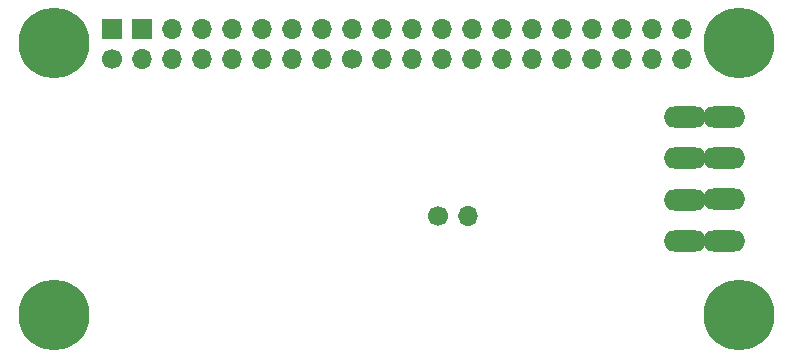
<source format=gbr>
G04 #@! TF.GenerationSoftware,KiCad,Pcbnew,8.0.8*
G04 #@! TF.CreationDate,2025-01-31T19:00:45-08:00*
G04 #@! TF.ProjectId,pi-zero-serial-hat,70692d7a-6572-46f2-9d73-657269616c2d,2.0*
G04 #@! TF.SameCoordinates,Original*
G04 #@! TF.FileFunction,Soldermask,Bot*
G04 #@! TF.FilePolarity,Negative*
%FSLAX46Y46*%
G04 Gerber Fmt 4.6, Leading zero omitted, Abs format (unit mm)*
G04 Created by KiCad (PCBNEW 8.0.8) date 2025-01-31 19:00:45*
%MOMM*%
%LPD*%
G01*
G04 APERTURE LIST*
%ADD10C,6.000000*%
%ADD11O,3.600000X1.800000*%
%ADD12C,1.700000*%
%ADD13O,1.700000X1.700000*%
%ADD14R,1.700000X1.700000*%
G04 APERTURE END LIST*
D10*
X121032000Y-94568000D03*
X179032000Y-94568000D03*
X179032000Y-117568000D03*
X121032000Y-117568000D03*
D11*
X177739500Y-111283000D03*
X177739500Y-107783000D03*
X177739500Y-104283000D03*
X177739500Y-100783000D03*
X174449500Y-111293000D03*
X174449500Y-107793000D03*
X174449500Y-104293000D03*
X174449500Y-100793000D03*
D12*
X153557000Y-109218000D03*
D13*
X156097000Y-109218000D03*
D12*
X125932000Y-95858000D03*
D14*
X125932000Y-93318000D03*
D13*
X128472000Y-95858000D03*
D14*
X128472000Y-93318000D03*
D13*
X131012000Y-95858000D03*
X131012000Y-93318000D03*
X133552000Y-95858000D03*
X133552000Y-93318000D03*
X136092000Y-95858000D03*
X136092000Y-93318000D03*
X138632000Y-95858000D03*
X138632000Y-93318000D03*
X141172000Y-95858000D03*
X141172000Y-93318000D03*
X143712000Y-95858000D03*
X143712000Y-93318000D03*
D12*
X146252000Y-95858000D03*
D13*
X146252000Y-93318000D03*
X148792000Y-95858000D03*
X148792000Y-93318000D03*
X151332000Y-95858000D03*
X151332000Y-93318000D03*
X153872000Y-95858000D03*
X153872000Y-93318000D03*
X156412000Y-95858000D03*
X156412000Y-93318000D03*
X158952000Y-95858000D03*
X158952000Y-93318000D03*
X161492000Y-95858000D03*
X161492000Y-93318000D03*
X164032000Y-95858000D03*
X164032000Y-93318000D03*
X166572000Y-95858000D03*
X166572000Y-93318000D03*
X169112000Y-95858000D03*
X169112000Y-93318000D03*
X171652000Y-95858000D03*
X171652000Y-93318000D03*
X174192000Y-95858000D03*
X174192000Y-93318000D03*
M02*

</source>
